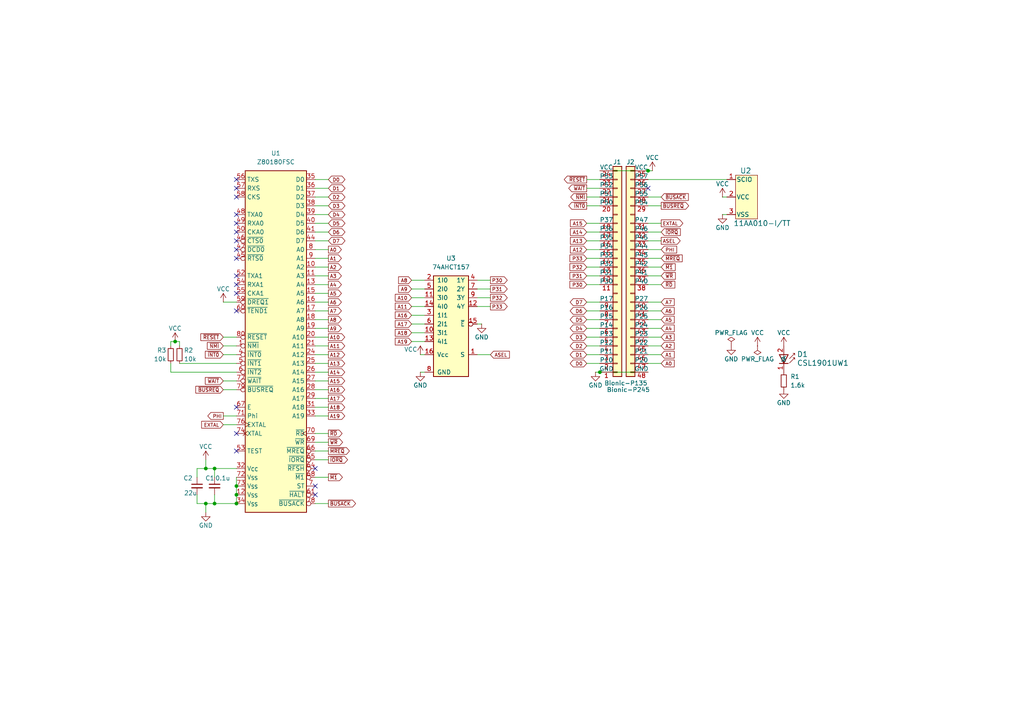
<source format=kicad_sch>
(kicad_sch (version 20250114) (generator "eeschema") (generator_version "9.0")
  (paper "A4")
  (title_block (title "BionicZ180F") (date "2025-12-02") (rev "2") (company "Tadashi G. Takaoka"))
  (lib_symbols
    (symbol "Device:C_Small" (pin_numbers (hide yes)) (pin_names (offset 0.254) (hide yes))
      (property "Reference" "C" (at 0.254 1.778 0))
      (property "Value" "C_Small" (at 0.254 -2.032 0))
      (symbol "C_Small_0_1"
        (polyline (pts (xy -1.524 0.508) (xy 1.524 0.508)) (stroke (width 0.3048)))
        (polyline (pts (xy -1.524 -0.508) (xy 1.524 -0.508)) (stroke (width 0.3302)))
      )
      (symbol "C_Small_1_1"
        (pin passive line (at 0 2.54 270) (length 2.032) (name "~") (number "1"))
        (pin passive line (at 0 -2.54 90) (length 2.032) (name "~") (number "2"))
      )
    )
    (symbol "Device:R_Small" (pin_numbers (hide yes)) (pin_names (offset 0.254) (hide yes))
      (property "Reference" "R" (at 0 0 90))
      (property "Value" "R_Small" (at 1.778 0 90))
      (symbol "R_Small_0_1"
        (rectangle (start -0.762 1.778) (end 0.762 -1.778) (stroke (width 0.2032)))
      )
      (symbol "R_Small_1_1"
        (pin passive line (at 0 2.54 270) (length 0.762) (name "~") (number "1"))
        (pin passive line (at 0 -2.54 90) (length 0.762) (name "~") (number "2"))
      )
    )
    (symbol "R_Small_1" (pin_numbers (hide yes)) (pin_names (offset 0.254) (hide yes))
      (property "Reference" "R" (at 0 0 90))
      (property "Value" "R_Small" (at 1.778 0 90))
      (symbol "R_Small_1_0_1"
        (rectangle (start -0.762 1.778) (end 0.762 -1.778) (stroke (width 0.2032)))
      )
      (symbol "R_Small_1_1_1"
        (pin passive line (at 0 2.54 270) (length 0.762) (name "~") (number "1"))
        (pin passive line (at 0 -2.54 90) (length 0.762) (name "~") (number "2"))
      )
    )
    (symbol "R_Small_2" (pin_numbers (hide yes)) (pin_names (offset 0.254) (hide yes))
      (property "Reference" "R" (at 0 0 90))
      (property "Value" "R_Small" (at 1.778 0 90))
      (symbol "R_Small_2_0_1"
        (rectangle (start -0.762 1.778) (end 0.762 -1.778) (stroke (width 0.2032)))
      )
      (symbol "R_Small_2_1_1"
        (pin passive line (at 0 2.54 270) (length 0.762) (name "~") (number "1"))
        (pin passive line (at 0 -2.54 90) (length 0.762) (name "~") (number "2"))
      )
    )
    (symbol "bionic:Bionic-P135" (pin_names (offset 0))
      (property "Reference" "J" (at 0 30.48 0))
      (property "Value" "Bionic-P135" (at -1.27 -33.02 0))
      (symbol "Bionic-P135_1_1"
        (rectangle (start 0 28.067) (end -1.27 27.813) (stroke (width 0.1524)))
        (rectangle (start 0 25.527) (end -1.27 25.273) (stroke (width 0.1524)))
        (rectangle (start 0 22.987) (end -1.27 22.733) (stroke (width 0.1524)))
        (rectangle (start 0 20.447) (end -1.27 20.193) (stroke (width 0.1524)))
        (rectangle (start 0 17.907) (end -1.27 17.653) (stroke (width 0.1524)))
        (rectangle (start 0 15.367) (end -1.27 15.113) (stroke (width 0.1524)))
        (rectangle (start 0 12.827) (end -1.27 12.573) (stroke (width 0.1524)))
        (rectangle (start 0 10.287) (end -1.27 10.033) (stroke (width 0.1524)))
        (rectangle (start 0 7.747) (end -1.27 7.493) (stroke (width 0.1524)))
        (rectangle (start 0 5.207) (end -1.27 4.953) (stroke (width 0.1524)))
        (rectangle (start 0 2.667) (end -1.27 2.413) (stroke (width 0.1524)))
        (rectangle (start 0 0.127) (end -1.27 -0.127) (stroke (width 0.1524)))
        (rectangle (start 0 -2.413) (end -1.27 -2.667) (stroke (width 0.1524)))
        (rectangle (start 0 -4.953) (end -1.27 -5.207) (stroke (width 0.1524)))
        (rectangle (start 0 -7.493) (end -1.27 -7.747) (stroke (width 0.1524)))
        (rectangle (start 0 -10.033) (end -1.27 -10.287) (stroke (width 0.1524)))
        (rectangle (start 0 -12.573) (end -1.27 -12.827) (stroke (width 0.1524)))
        (rectangle (start 0 -15.113) (end -1.27 -15.367) (stroke (width 0.1524)))
        (rectangle (start 0 -17.653) (end -1.27 -17.907) (stroke (width 0.1524)))
        (rectangle (start 0 -20.193) (end -1.27 -20.447) (stroke (width 0.1524)))
        (rectangle (start 0 -22.733) (end -1.27 -22.987) (stroke (width 0.1524)))
        (rectangle (start 0 -25.273) (end -1.27 -25.527) (stroke (width 0.1524)))
        (rectangle (start 0 -27.813) (end -1.27 -28.067) (stroke (width 0.1524)))
        (rectangle (start 0 -30.353) (end -1.27 -30.607) (stroke (width 0.1524)))
        (rectangle (start 1.27 29.21) (end -1.27 -31.75) (stroke (width 0.254)) (fill (type background)))
        (pin power_in line (at -5.08 27.94 0) (length 3.81) (name "VCC") (number "24"))
        (pin bidirectional line (at -5.08 25.4 0) (length 3.81) (name "P53") (number "23"))
        (pin bidirectional line (at -5.08 22.86 0) (length 3.81) (name "P52") (number "22"))
        (pin bidirectional line (at -5.08 20.32 0) (length 3.81) (name "P51") (number "21"))
        (pin bidirectional line (at -5.08 17.78 0) (length 3.81) (name "P50") (number "20"))
        (pin bidirectional line (at -5.08 12.7 0) (length 3.81) (name "P37") (number "18"))
        (pin bidirectional line (at -5.08 10.16 0) (length 3.81) (name "P36") (number "17"))
        (pin bidirectional line (at -5.08 7.62 0) (length 3.81) (name "P35") (number "16"))
        (pin bidirectional line (at -5.08 5.08 0) (length 3.81) (name "P34") (number "15"))
        (pin bidirectional line (at -5.08 2.54 0) (length 3.81) (name "P33") (number "14"))
        (pin bidirectional line (at -5.08 0 0) (length 3.81) (name "P32") (number "13"))
        (pin bidirectional line (at -5.08 -2.54 0) (length 3.81) (name "P31") (number "12"))
        (pin bidirectional line (at -5.08 -5.08 0) (length 3.81) (name "P30") (number "11"))
        (pin bidirectional line (at -5.08 -10.16 0) (length 3.81) (name "P17") (number "9"))
        (pin bidirectional line (at -5.08 -12.7 0) (length 3.81) (name "P16") (number "8"))
        (pin bidirectional line (at -5.08 -15.24 0) (length 3.81) (name "P15") (number "7"))
        (pin bidirectional line (at -5.08 -17.78 0) (length 3.81) (name "P14") (number "6"))
        (pin bidirectional line (at -5.08 -20.32 0) (length 3.81) (name "P13") (number "5"))
        (pin bidirectional line (at -5.08 -22.86 0) (length 3.81) (name "P12") (number "4"))
        (pin bidirectional line (at -5.08 -25.4 0) (length 3.81) (name "P11") (number "3"))
        (pin bidirectional line (at -5.08 -27.94 0) (length 3.81) (name "P10") (number "2"))
        (pin power_in line (at -5.08 -30.48 0) (length 3.81) (name "GND") (number "1"))
      )
    )
    (symbol "bionic:Bionic-P245" (pin_names (offset 0))
      (property "Reference" "J" (at -3.81 30.48 0))
      (property "Value" "Bionic-P245" (at -1.27 -33.02 0))
      (symbol "Bionic-P245_1_1"
        (rectangle (start -2.54 29.21) (end -5.08 -31.75) (stroke (width 0.254)) (fill (type background)))
        (rectangle (start -2.54 27.813) (end -3.81 28.067) (stroke (width 0.1524)))
        (rectangle (start -2.54 25.273) (end -3.81 25.527) (stroke (width 0.1524)))
        (rectangle (start -2.54 22.733) (end -3.81 22.987) (stroke (width 0.1524)))
        (rectangle (start -2.54 20.193) (end -3.81 20.447) (stroke (width 0.1524)))
        (rectangle (start -2.54 17.653) (end -3.81 17.907) (stroke (width 0.1524)))
        (rectangle (start -2.54 15.113) (end -3.81 15.367) (stroke (width 0.1524)))
        (rectangle (start -2.54 12.573) (end -3.81 12.827) (stroke (width 0.1524)))
        (rectangle (start -2.54 10.033) (end -3.81 10.287) (stroke (width 0.1524)))
        (rectangle (start -2.54 7.493) (end -3.81 7.747) (stroke (width 0.1524)))
        (rectangle (start -2.54 4.953) (end -3.81 5.207) (stroke (width 0.1524)))
        (rectangle (start -2.54 2.413) (end -3.81 2.667) (stroke (width 0.1524)))
        (rectangle (start -2.54 -0.127) (end -3.81 0.127) (stroke (width 0.1524)))
        (rectangle (start -2.54 -2.667) (end -3.81 -2.413) (stroke (width 0.1524)))
        (rectangle (start -2.54 -5.207) (end -3.81 -4.953) (stroke (width 0.1524)))
        (rectangle (start -2.54 -7.747) (end -3.81 -7.493) (stroke (width 0.1524)))
        (rectangle (start -2.54 -10.287) (end -3.81 -10.033) (stroke (width 0.1524)))
        (rectangle (start -2.54 -12.827) (end -3.81 -12.573) (stroke (width 0.1524)))
        (rectangle (start -2.54 -15.367) (end -3.81 -15.113) (stroke (width 0.1524)))
        (rectangle (start -2.54 -17.907) (end -3.81 -17.653) (stroke (width 0.1524)))
        (rectangle (start -2.54 -20.447) (end -3.81 -20.193) (stroke (width 0.1524)))
        (rectangle (start -2.54 -22.987) (end -3.81 -22.733) (stroke (width 0.1524)))
        (rectangle (start -2.54 -25.527) (end -3.81 -25.273) (stroke (width 0.1524)))
        (rectangle (start -2.54 -28.067) (end -3.81 -27.813) (stroke (width 0.1524)))
        (rectangle (start -2.54 -30.607) (end -3.81 -30.353) (stroke (width 0.1524)))
        (pin power_in line (at 1.27 27.94 180) (length 3.81) (name "VCC") (number "25"))
        (pin bidirectional line (at 1.27 25.4 180) (length 3.81) (name "P57") (number "26"))
        (pin bidirectional line (at 1.27 22.86 180) (length 3.81) (name "P56") (number "27"))
        (pin bidirectional line (at 1.27 20.32 180) (length 3.81) (name "P55") (number "28"))
        (pin bidirectional line (at 1.27 17.78 180) (length 3.81) (name "P54") (number "29"))
        (pin bidirectional line (at 1.27 12.7 180) (length 3.81) (name "P47") (number "31"))
        (pin bidirectional line (at 1.27 10.16 180) (length 3.81) (name "P46") (number "32"))
        (pin bidirectional line (at 1.27 7.62 180) (length 3.81) (name "P45") (number "33"))
        (pin bidirectional line (at 1.27 5.08 180) (length 3.81) (name "P44") (number "34"))
        (pin bidirectional line (at 1.27 2.54 180) (length 3.81) (name "P43") (number "35"))
        (pin bidirectional line (at 1.27 0 180) (length 3.81) (name "P42") (number "36"))
        (pin bidirectional line (at 1.27 -2.54 180) (length 3.81) (name "P41") (number "37"))
        (pin bidirectional line (at 1.27 -5.08 180) (length 3.81) (name "P40") (number "38"))
        (pin bidirectional line (at 1.27 -10.16 180) (length 3.81) (name "P27") (number "40"))
        (pin bidirectional line (at 1.27 -12.7 180) (length 3.81) (name "P26") (number "41"))
        (pin bidirectional line (at 1.27 -15.24 180) (length 3.81) (name "P25") (number "42"))
        (pin bidirectional line (at 1.27 -17.78 180) (length 3.81) (name "P24") (number "43"))
        (pin bidirectional line (at 1.27 -20.32 180) (length 3.81) (name "P23") (number "44"))
        (pin bidirectional line (at 1.27 -22.86 180) (length 3.81) (name "P22") (number "45"))
        (pin bidirectional line (at 1.27 -25.4 180) (length 3.81) (name "P21") (number "46"))
        (pin bidirectional line (at 1.27 -27.94 180) (length 3.81) (name "P20") (number "47"))
        (pin power_in line (at 1.27 -30.48 180) (length 3.81) (name "GND") (number "48"))
      )
    )
    (symbol "cpu:Z80180FSC"
      (property "Reference" "U" (at -0.762 50.038 0))
      (property "Value" "Z80180FSC" (at 0.254 -50.546 0))
      (symbol "Z80180FSC_0_1"
        (rectangle (start -8.89 49.53) (end 8.89 -49.53) (stroke (width 0.254)) (fill (type background)))
      )
      (symbol "Z80180FSC_1_0"
        (pin output line (at -11.43 46.99 0) (length 2.54) (name "TXS") (number "56"))
        (pin input line (at -11.43 44.45 0) (length 2.54) (name "RXS") (number "57"))
        (pin bidirectional line (at -11.43 41.91 0) (length 2.54) (name "CKS") (number "58"))
        (pin input line (at -11.43 16.51 0) (length 2.54) (name "RXA1") (number "54"))
        (pin bidirectional line (at -11.43 13.97 0) (length 2.54) (name "CKA1") (number "55"))
        (pin input inverted (at -11.43 11.43 0) (length 2.54) (name "~{DREQ1}") (number "59"))
        (pin output inverted (at -11.43 8.89 0) (length 2.54) (name "~{TEND1}") (number "60"))
        (pin input inverted (at -11.43 -6.35 0) (length 2.54) (name "~{INT1}") (number "5"))
        (pin input inverted (at -11.43 -13.97 0) (length 2.54) (name "~{BUSREQ}") (number "79"))
        (pin output line (at -11.43 -19.05 0) (length 2.54) (name "E") (number "67"))
        (pin output line (at -11.43 -21.59 0) (length 2.54) (name "Phi") (number "71"))
        (pin power_in line (at -11.43 -36.83 0) (length 2.54) (name "V_{CC}") (number "32"))
        (pin power_in line (at -11.43 -39.37 0) (length 2.54) (name "V_{SS}") (number "72"))
        (pin power_in line (at -11.43 -41.91 0) (length 2.54) (name "V_{SS}") (number "73"))
        (pin power_in line (at -11.43 -44.45 0) (length 2.54) (name "V_{SS}") (number "12"))
        (pin power_in line (at -11.43 -46.99 0) (length 2.54) (name "V_{SS}") (number "34"))
        (pin no_connect line (at -8.89 21.59 180) (length 2.54) (hide yes) (name "NC") (number "2"))
        (pin no_connect line (at -8.89 16.51 180) (length 2.54) (hide yes) (name "NC") (number "3"))
        (pin no_connect line (at -8.89 13.97 180) (length 2.54) (hide yes) (name "NC") (number "14"))
        (pin no_connect line (at -8.89 11.43 180) (length 2.54) (hide yes) (name "NC") (number "15"))
        (pin no_connect line (at -8.89 8.89 180) (length 2.54) (hide yes) (name "NC") (number "22"))
        (pin no_connect line (at -8.89 6.35 180) (length 2.54) (hide yes) (name "NC") (number "23"))
        (pin no_connect line (at -8.89 3.81 180) (length 2.54) (hide yes) (name "NC") (number "30"))
        (pin no_connect line (at -8.89 1.27 180) (length 2.54) (hide yes) (name "NC") (number "42"))
        (pin no_connect line (at -8.89 -1.27 180) (length 2.54) (hide yes) (name "NC") (number "43"))
        (pin no_connect line (at -8.89 -3.81 180) (length 2.54) (hide yes) (name "NC") (number "51"))
        (pin no_connect line (at -8.89 -6.35 180) (length 2.54) (hide yes) (name "NC") (number "62"))
        (pin no_connect line (at -8.89 -8.89 180) (length 2.54) (hide yes) (name "NC") (number "63"))
        (pin no_connect line (at -8.89 -11.43 180) (length 2.54) (hide yes) (name "NC") (number "75"))
        (pin output line (at 11.43 26.67 180) (length 2.54) (name "A0") (number "8"))
        (pin output line (at 11.43 24.13 180) (length 2.54) (name "A1") (number "9"))
        (pin output line (at 11.43 21.59 180) (length 2.54) (name "A2") (number "10"))
        (pin output line (at 11.43 19.05 180) (length 2.54) (name "A3") (number "11"))
        (pin output line (at 11.43 16.51 180) (length 2.54) (name "A4") (number "13"))
        (pin output line (at 11.43 13.97 180) (length 2.54) (name "A5") (number "15"))
        (pin output line (at 11.43 11.43 180) (length 2.54) (name "A6") (number "16"))
        (pin output line (at 11.43 8.89 180) (length 2.54) (name "A7") (number "17"))
        (pin output inverted (at 11.43 -31.75 180) (length 2.54) (name "~{MREQ}") (number "66"))
        (pin output inverted (at 11.43 -34.29 180) (length 2.54) (name "~{IORQ}") (number "65"))
        (pin output inverted (at 11.43 -36.83 180) (length 2.54) (name "~{RFSH}") (number "64"))
        (pin output inverted (at 11.43 -44.45 180) (length 2.54) (name "~{HALT}") (number "61"))
        (pin output inverted (at 11.43 -46.99 180) (length 2.54) (name "~{BUSACK}") (number "78"))
      )
      (symbol "Z80180FSC_1_1"
        (pin output line (at -11.43 36.83 0) (length 2.54) (name "TXA0") (number "48"))
        (pin input line (at -11.43 34.29 0) (length 2.54) (name "RXA0") (number "49"))
        (pin bidirectional line (at -11.43 31.75 0) (length 2.54) (name "CKA0") (number "50"))
        (pin input inverted (at -11.43 29.21 0) (length 2.54) (name "~{CTS0}") (number "46"))
        (pin input inverted (at -11.43 26.67 0) (length 2.54) (name "~{DCD0}") (number "47"))
        (pin output inverted (at -11.43 24.13 0) (length 2.54) (name "~{RTS0}") (number "45"))
        (pin output line (at -11.43 19.05 0) (length 2.54) (name "TXA1") (number "52"))
        (pin input inverted (at -11.43 1.27 0) (length 2.54) (name "~{RESET}") (number "80"))
        (pin input inverted (at -11.43 -1.27 0) (length 2.54) (name "~{NMI}") (number "1"))
        (pin input inverted (at -11.43 -3.81 0) (length 2.54) (name "~{INT0}") (number "4"))
        (pin input inverted (at -11.43 -8.89 0) (length 2.54) (name "~{INT2}") (number "6"))
        (pin input inverted (at -11.43 -11.43 0) (length 2.54) (name "~{WAIT}") (number "77"))
        (pin input clock (at -11.43 -24.13 0) (length 2.54) (name "EXTAL") (number "76"))
        (pin input non_logic (at -11.43 -26.67 0) (length 2.54) (name "XTAL") (number "74"))
        (pin output line (at -11.43 -31.75 0) (length 2.54) (name "TEST") (number "53"))
        (pin bidirectional line (at 11.43 46.99 180) (length 2.54) (name "D0") (number "35"))
        (pin bidirectional line (at 11.43 44.45 180) (length 2.54) (name "D1") (number "36"))
        (pin bidirectional line (at 11.43 41.91 180) (length 2.54) (name "D2") (number "37"))
        (pin bidirectional line (at 11.43 39.37 180) (length 2.54) (name "D3") (number "38"))
        (pin bidirectional line (at 11.43 36.83 180) (length 2.54) (name "D4") (number "39"))
        (pin bidirectional line (at 11.43 34.29 180) (length 2.54) (name "D5") (number "40"))
        (pin bidirectional line (at 11.43 31.75 180) (length 2.54) (name "D6") (number "41"))
        (pin bidirectional line (at 11.43 29.21 180) (length 2.54) (name "D7") (number "44"))
        (pin output line (at 11.43 6.35 180) (length 2.54) (name "A8") (number "18"))
        (pin output line (at 11.43 3.81 180) (length 2.54) (name "A9") (number "19"))
        (pin output line (at 11.43 1.27 180) (length 2.54) (name "A10") (number "20"))
        (pin output line (at 11.43 -1.27 180) (length 2.54) (name "A11") (number "21"))
        (pin output line (at 11.43 -3.81 180) (length 2.54) (name "A12") (number "24"))
        (pin output line (at 11.43 -6.35 180) (length 2.54) (name "A13") (number "25"))
        (pin output line (at 11.43 -8.89 180) (length 2.54) (name "A14") (number "26"))
        (pin output line (at 11.43 -11.43 180) (length 2.54) (name "A15") (number "27"))
        (pin output line (at 11.43 -13.97 180) (length 2.54) (name "A16") (number "28"))
        (pin output line (at 11.43 -16.51 180) (length 2.54) (name "A17") (number "29"))
        (pin output line (at 11.43 -19.05 180) (length 2.54) (name "A18") (number "31"))
        (pin output line (at 11.43 -21.59 180) (length 2.54) (name "A19") (number "33"))
        (pin output clock (at 11.43 -26.67 180) (length 2.54) (name "~{RD}") (number "70"))
        (pin output line (at 11.43 -29.21 180) (length 2.54) (name "~{WR}") (number "69"))
        (pin output inverted (at 11.43 -39.37 180) (length 2.54) (name "~{M1}") (number "68"))
        (pin output line (at 11.43 -41.91 180) (length 2.54) (name "ST") (number "7"))
      )
    )
    (symbol "microchip:11AA010-I_TT" (pin_names (offset 0.254))
      (property "Reference" "U" (at 2.54 1.27 0))
      (property "Value" "11AA010-I/TT" (at 3.81 -13.97 0))
      (symbol "11AA010-I_TT_1_1"
        (rectangle (start 0 0) (end 6.35 -12.7) (fill (type background)))
        (pin bidirectional line (at -2.54 -1.27 0) (length 2.54) (name "SCIO") (number "1"))
        (pin power_in line (at -2.54 -6.35 0) (length 2.54) (name "VCC") (number "2"))
        (pin power_in line (at -2.54 -11.43 0) (length 2.54) (name "VSS") (number "3"))
      )
    )
    (symbol "power:GND" (power) (pin_numbers (hide yes)) (pin_names (offset 0) (hide yes))
      (property "Value" "GND" (at 0 -3.81 0))
      (symbol "GND_0_1"
        (polyline (pts (xy 0 0) (xy 0 -1.27) (xy 1.27 -1.27) (xy 0 -2.54) (xy -1.27 -1.27) (xy 0 -1.27)))
      )
      (symbol "GND_1_1"
        (pin power_in line (at 0 0 270) (length 0) (name "~") (number "1"))
      )
    )
    (symbol "power:PWR_FLAG" (power) (pin_numbers (hide yes)) (pin_names (offset 0) (hide yes))
      (property "Value" "PWR_FLAG" (at 0 3.81 0))
      (symbol "PWR_FLAG_0_0"
        (pin power_out line (at 0 0 90) (length 0) (name "~") (number "1"))
      )
      (symbol "PWR_FLAG_0_1"
        (polyline (pts (xy 0 0) (xy 0 1.27) (xy -1.016 1.905) (xy 0 2.54) (xy 1.016 1.905) (xy 0 1.27)))
      )
    )
    (symbol "power:VCC" (power) (pin_numbers (hide yes)) (pin_names (offset 0) (hide yes))
      (property "Value" "VCC" (at 0 3.556 0))
      (symbol "VCC_0_1"
        (polyline (pts (xy -0.762 1.27) (xy 0 2.54)))
        (polyline (pts (xy 0 2.54) (xy 0.762 1.27)))
        (polyline (pts (xy 0 0) (xy 0 2.54)))
      )
      (symbol "VCC_1_1"
        (pin power_in line (at 0 0 90) (length 0) (name "~") (number "1"))
      )
    )
    (symbol "rhom:CSL1901UW1" (pin_names (offset 0.254))
      (property "Reference" "D" (at 3.81 -2.54 0))
      (property "Value" "CSL1901UW1" (at 3.81 -5.08 0))
      (symbol "CSL1901UW1_0_1"
        (polyline (pts (xy 2.159 3.175) (xy 2.667 3.175)))
        (polyline (pts (xy 2.54 0) (xy 5.08 0)))
        (polyline (pts (xy 2.54 -1.27) (xy 5.08 0) (xy 2.54 1.27) (xy 2.54 -1.27)) (stroke (width 0.254)))
        (polyline (pts (xy 3.683 1.651) (xy 2.159 3.175) (xy 2.159 2.667)))
        (polyline (pts (xy 4.953 1.651) (xy 3.429 3.175) (xy 3.429 2.667) (xy 3.429 3.175) (xy 3.937 3.175)))
        (polyline (pts (xy 5.08 1.27) (xy 5.08 -1.27)) (stroke (width 0.254)))
      )
      (symbol "CSL1901UW1_1_1"
        (pin passive line (at 0 0 0) (length 2.54) (name "A") (number "2"))
        (pin passive line (at 7.62 0 180) (length 2.54) (name "K") (number "1"))
      )
      (symbol "CSL1901UW1_1_2"
        (polyline (pts (xy -5.08 8.255) (xy -5.08 7.62)) (stroke (width 0.2032)))
        (polyline (pts (xy -5.08 7.62) (xy -4.445 8.255)) (stroke (width 0.2032)))
        (polyline (pts (xy -4.445 10.16) (xy -4.445 9.525)) (stroke (width 0.2032)))
        (polyline (pts (xy -4.445 9.525) (xy -3.81 10.16)) (stroke (width 0.2032)))
        (polyline (pts (xy -4.445 8.255) (xy -5.08 8.255)) (stroke (width 0.2032)))
        (polyline (pts (xy -4.445 6.35) (xy -3.81 6.985)) (stroke (width 0.2032)))
        (polyline (pts (xy -3.81 10.16) (xy -4.445 10.16)) (stroke (width 0.2032)))
        (polyline (pts (xy -3.81 8.255) (xy -3.175 8.89)) (stroke (width 0.2032)))
        (polyline (pts (xy -3.81 6.985) (xy -5.08 8.255)) (stroke (width 0.2032)))
        (polyline (pts (xy -3.175 8.89) (xy -4.445 10.16)) (stroke (width 0.2032)))
        (polyline (pts (xy -3.175 5.08) (xy -4.445 6.35)) (stroke (width 0.2032)))
        (polyline (pts (xy -2.54 6.985) (xy -3.81 8.255)) (stroke (width 0.2032)))
        (polyline (pts (xy -1.905 3.81) (xy 1.905 3.81)) (stroke (width 0.2032)))
        (polyline (pts (xy 0 6.35) (xy -1.905 3.81)) (stroke (width 0.2032)))
        (polyline (pts (xy 0 6.35) (xy 0 7.62)) (stroke (width 0.2032)))
        (polyline (pts (xy 0 3.175) (xy 0 3.81)) (stroke (width 0.2032)))
        (polyline (pts (xy 0 2.54) (xy 0 3.4798)) (stroke (width 0.2032)))
        (polyline (pts (xy 1.905 6.35) (xy -1.905 6.35)) (stroke (width 0.2032)))
        (polyline (pts (xy 1.905 3.81) (xy 0 6.35)) (stroke (width 0.2032)))
        (pin unspecified line (at 0 10.16 270) (length 2.54) (name "") (number "1"))
        (pin unspecified line (at 0 0 90) (length 2.54) (name "") (number "2"))
      )
    )
    (symbol "ti:74AHCT157" (pin_names (offset 1.016))
      (property "Reference" "U" (at 0 16.51 0))
      (property "Value" "74AHCT157" (at 0 -15.494 0))
      (symbol "74AHCT157_1_0"
        (pin input line (at -7.62 13.97 0) (length 2.54) (name "1I0") (number "2"))
        (pin input line (at -7.62 11.43 0) (length 2.54) (name "2I0") (number "5"))
        (pin input line (at -7.62 8.89 0) (length 2.54) (name "3I0") (number "11"))
        (pin input line (at -7.62 6.35 0) (length 2.54) (name "4I0") (number "14"))
        (pin input line (at -7.62 3.81 0) (length 2.54) (name "1I1") (number "3"))
        (pin input line (at -7.62 1.27 0) (length 2.54) (name "2I1") (number "6"))
        (pin input line (at -7.62 -1.27 0) (length 2.54) (name "3I1") (number "10"))
        (pin input line (at -7.62 -3.81 0) (length 2.54) (name "4I1") (number "13"))
        (pin power_in line (at -7.62 -7.62 0) (length 2.54) (name "Vcc") (number "16"))
        (pin power_in line (at -7.62 -12.7 0) (length 2.54) (name "GND") (number "8"))
        (pin output line (at 7.62 13.97 180) (length 2.54) (name "1Y") (number "4"))
        (pin output line (at 7.62 11.43 180) (length 2.54) (name "2Y") (number "7"))
        (pin output line (at 7.62 8.89 180) (length 2.54) (name "3Y") (number "9"))
        (pin output line (at 7.62 6.35 180) (length 2.54) (name "4Y") (number "12"))
        (pin input inverted (at 7.62 1.27 180) (length 2.54) (name "~{E}") (number "15"))
        (pin input line (at 7.62 -7.62 180) (length 2.54) (name "S") (number "1"))
      )
      (symbol "74AHCT157_1_1"
        (rectangle (start -5.08 15.24) (end 5.08 -13.97) (stroke (width 0.254)) (fill (type background)))
      )
    )
  )
  (junction (at 173.99 107.95))
  (junction (at 62.23 135.89))
  (junction (at 68.58 143.51))
  (junction (at 68.58 140.97))
  (junction (at 187.96 49.53))
  (junction (at 59.69 146.05))
  (junction (at 50.8 99.06))
  (junction (at 59.69 135.89))
  (junction (at 62.23 146.05))
  (junction (at 68.58 146.05))
  (no_connect (at 68.58 67.31))
  (no_connect (at 68.58 52.07))
  (no_connect (at 68.58 85.09))
  (no_connect (at 91.44 140.97))
  (no_connect (at 68.58 62.23))
  (no_connect (at 68.58 82.55))
  (no_connect (at 68.58 57.15))
  (no_connect (at 91.44 135.89))
  (no_connect (at 68.58 54.61))
  (no_connect (at 68.58 69.85))
  (no_connect (at 68.58 74.93))
  (no_connect (at 91.44 143.51))
  (no_connect (at 68.58 64.77))
  (no_connect (at 187.96 54.61))
  (no_connect (at 68.58 130.81))
  (no_connect (at 68.58 118.11))
  (no_connect (at 68.58 80.01))
  (no_connect (at 68.58 72.39))
  (no_connect (at 68.58 125.73))
  (no_connect (at 68.58 90.17))
  (wire (pts (xy 49.53 100.33) (xy 49.53 99.06)))
  (wire (pts (xy 91.44 92.71) (xy 95.25 92.71)))
  (wire (pts (xy 64.77 110.49) (xy 68.58 110.49)))
  (wire (pts (xy 64.77 102.87) (xy 68.58 102.87)))
  (wire (pts (xy 170.18 69.85) (xy 173.99 69.85)))
  (wire (pts (xy 119.38 83.82) (xy 123.19 83.82)))
  (wire (pts (xy 119.38 91.44) (xy 123.19 91.44)))
  (wire (pts (xy 91.44 62.23) (xy 95.25 62.23)))
  (wire (pts (xy 170.18 97.79) (xy 173.99 97.79)))
  (wire (pts (xy 189.23 49.53) (xy 187.96 49.53)))
  (wire (pts (xy 119.38 81.28) (xy 123.19 81.28)))
  (wire (pts (xy 62.23 138.43) (xy 62.23 135.89)))
  (wire (pts (xy 187.96 105.41) (xy 191.77 105.41)))
  (wire (pts (xy 91.44 67.31) (xy 95.25 67.31)))
  (wire (pts (xy 187.96 74.93) (xy 191.77 74.93)))
  (wire (pts (xy 91.44 100.33) (xy 95.25 100.33)))
  (wire (pts (xy 173.99 49.53) (xy 187.96 49.53)))
  (wire (pts (xy 138.43 88.9) (xy 142.24 88.9)))
  (wire (pts (xy 91.44 128.27) (xy 95.25 128.27)))
  (wire (pts (xy 64.77 100.33) (xy 68.58 100.33)))
  (wire (pts (xy 91.44 85.09) (xy 95.25 85.09)))
  (wire (pts (xy 172.72 107.95) (xy 173.99 107.95)))
  (wire (pts (xy 210.82 57.15) (xy 209.55 57.15)))
  (wire (pts (xy 187.96 95.25) (xy 191.77 95.25)))
  (wire (pts (xy 170.18 82.55) (xy 173.99 82.55)))
  (wire (pts (xy 187.96 52.07) (xy 210.82 52.07)))
  (wire (pts (xy 64.77 87.63) (xy 68.58 87.63)))
  (wire (pts (xy 59.69 135.89) (xy 59.69 133.35)))
  (wire (pts (xy 59.69 146.05) (xy 62.23 146.05)))
  (wire (pts (xy 49.53 107.95) (xy 68.58 107.95)))
  (wire (pts (xy 91.44 64.77) (xy 95.25 64.77)))
  (wire (pts (xy 138.43 86.36) (xy 142.24 86.36)))
  (wire (pts (xy 210.82 62.23) (xy 209.55 62.23)))
  (wire (pts (xy 62.23 146.05) (xy 68.58 146.05)))
  (wire (pts (xy 138.43 102.87) (xy 142.24 102.87)))
  (wire (pts (xy 91.44 125.73) (xy 95.25 125.73)))
  (wire (pts (xy 91.44 118.11) (xy 95.25 118.11)))
  (wire (pts (xy 187.96 72.39) (xy 191.77 72.39)))
  (wire (pts (xy 170.18 105.41) (xy 173.99 105.41)))
  (wire (pts (xy 187.96 100.33) (xy 191.77 100.33)))
  (wire (pts (xy 91.44 77.47) (xy 95.25 77.47)))
  (wire (pts (xy 91.44 82.55) (xy 95.25 82.55)))
  (wire (pts (xy 57.15 135.89) (xy 59.69 135.89)))
  (wire (pts (xy 64.77 113.03) (xy 68.58 113.03)))
  (wire (pts (xy 57.15 146.05) (xy 59.69 146.05)))
  (wire (pts (xy 173.99 107.95) (xy 187.96 107.95)))
  (wire (pts (xy 91.44 57.15) (xy 95.25 57.15)))
  (wire (pts (xy 52.07 99.06) (xy 52.07 100.33)))
  (wire (pts (xy 187.96 102.87) (xy 191.77 102.87)))
  (wire (pts (xy 57.15 146.05) (xy 57.15 143.51)))
  (wire (pts (xy 119.38 99.06) (xy 123.19 99.06)))
  (wire (pts (xy 170.18 67.31) (xy 173.99 67.31)))
  (wire (pts (xy 91.44 69.85) (xy 95.25 69.85)))
  (wire (pts (xy 187.96 92.71) (xy 191.77 92.71)))
  (wire (pts (xy 119.38 88.9) (xy 123.19 88.9)))
  (wire (pts (xy 187.96 69.85) (xy 191.77 69.85)))
  (wire (pts (xy 170.18 54.61) (xy 173.99 54.61)))
  (wire (pts (xy 119.38 86.36) (xy 123.19 86.36)))
  (wire (pts (xy 138.43 93.98) (xy 139.7 93.98)))
  (wire (pts (xy 170.18 59.69) (xy 173.99 59.69)))
  (wire (pts (xy 187.96 97.79) (xy 191.77 97.79)))
  (wire (pts (xy 170.18 92.71) (xy 173.99 92.71)))
  (wire (pts (xy 59.69 148.59) (xy 59.69 146.05)))
  (wire (pts (xy 91.44 133.35) (xy 95.25 133.35)))
  (wire (pts (xy 187.96 87.63) (xy 191.77 87.63)))
  (wire (pts (xy 170.18 87.63) (xy 173.99 87.63)))
  (wire (pts (xy 187.96 80.01) (xy 191.77 80.01)))
  (wire (pts (xy 91.44 54.61) (xy 95.25 54.61)))
  (wire (pts (xy 50.8 99.06) (xy 52.07 99.06)))
  (wire (pts (xy 91.44 59.69) (xy 95.25 59.69)))
  (wire (pts (xy 138.43 81.28) (xy 142.24 81.28)))
  (wire (pts (xy 91.44 120.65) (xy 95.25 120.65)))
  (wire (pts (xy 170.18 72.39) (xy 173.99 72.39)))
  (wire (pts (xy 91.44 130.81) (xy 95.25 130.81)))
  (wire (pts (xy 170.18 77.47) (xy 173.99 77.47)))
  (wire (pts (xy 49.53 99.06) (xy 50.8 99.06)))
  (wire (pts (xy 91.44 90.17) (xy 95.25 90.17)))
  (wire (pts (xy 187.96 57.15) (xy 191.77 57.15)))
  (wire (pts (xy 121.92 107.95) (xy 123.19 107.95)))
  (wire (pts (xy 91.44 138.43) (xy 95.25 138.43)))
  (wire (pts (xy 64.77 123.19) (xy 68.58 123.19)))
  (wire (pts (xy 170.18 64.77) (xy 173.99 64.77)))
  (wire (pts (xy 170.18 52.07) (xy 173.99 52.07)))
  (wire (pts (xy 91.44 72.39) (xy 95.25 72.39)))
  (wire (pts (xy 91.44 113.03) (xy 95.25 113.03)))
  (wire (pts (xy 187.96 67.31) (xy 191.77 67.31)))
  (wire (pts (xy 121.92 102.87) (xy 123.19 102.87)))
  (wire (pts (xy 119.38 96.52) (xy 123.19 96.52)))
  (wire (pts (xy 64.77 97.79) (xy 68.58 97.79)))
  (wire (pts (xy 59.69 135.89) (xy 62.23 135.89)))
  (wire (pts (xy 91.44 74.93) (xy 95.25 74.93)))
  (wire (pts (xy 68.58 138.43) (xy 68.58 140.97)))
  (wire (pts (xy 57.15 135.89) (xy 57.15 138.43)))
  (wire (pts (xy 91.44 115.57) (xy 95.25 115.57)))
  (wire (pts (xy 62.23 146.05) (xy 62.23 143.51)))
  (wire (pts (xy 52.07 105.41) (xy 68.58 105.41)))
  (wire (pts (xy 91.44 80.01) (xy 95.25 80.01)))
  (wire (pts (xy 170.18 100.33) (xy 173.99 100.33)))
  (wire (pts (xy 187.96 64.77) (xy 191.77 64.77)))
  (wire (pts (xy 187.96 90.17) (xy 191.77 90.17)))
  (wire (pts (xy 49.53 105.41) (xy 49.53 107.95)))
  (wire (pts (xy 170.18 74.93) (xy 173.99 74.93)))
  (wire (pts (xy 62.23 135.89) (xy 68.58 135.89)))
  (wire (pts (xy 91.44 52.07) (xy 95.25 52.07)))
  (wire (pts (xy 187.96 77.47) (xy 191.77 77.47)))
  (wire (pts (xy 170.18 57.15) (xy 173.99 57.15)))
  (wire (pts (xy 170.18 95.25) (xy 173.99 95.25)))
  (wire (pts (xy 91.44 107.95) (xy 95.25 107.95)))
  (wire (pts (xy 187.96 59.69) (xy 191.77 59.69)))
  (wire (pts (xy 64.77 120.65) (xy 68.58 120.65)))
  (wire (pts (xy 187.96 82.55) (xy 191.77 82.55)))
  (wire (pts (xy 68.58 143.51) (xy 68.58 146.05)))
  (wire (pts (xy 170.18 90.17) (xy 173.99 90.17)))
  (wire (pts (xy 119.38 93.98) (xy 123.19 93.98)))
  (wire (pts (xy 91.44 146.05) (xy 95.25 146.05)))
  (wire (pts (xy 91.44 110.49) (xy 95.25 110.49)))
  (wire (pts (xy 91.44 95.25) (xy 95.25 95.25)))
  (wire (pts (xy 91.44 102.87) (xy 95.25 102.87)))
  (wire (pts (xy 91.44 105.41) (xy 95.25 105.41)))
  (wire (pts (xy 170.18 102.87) (xy 173.99 102.87)))
  (wire (pts (xy 170.18 80.01) (xy 173.99 80.01)))
  (wire (pts (xy 138.43 83.82) (xy 142.24 83.82)))
  (wire (pts (xy 91.44 97.79) (xy 95.25 97.79)))
  (wire (pts (xy 91.44 87.63) (xy 95.25 87.63)))
  (wire (pts (xy 68.58 140.97) (xy 68.58 143.51)))
  (global_label "A13" (shape input) (at 170.18 69.85 180) (effects (font (size 1.016 1.016))) (property "Intersheetrefs" "${INTERSHEET_REFS}" (effects (hide yes))))
  (global_label "~{RESET}" (shape input) (at 64.77 97.79 180) (effects (font (size 1.016 1.016))) (property "Intersheetrefs" "${INTERSHEET_REFS}" (effects (hide yes))))
  (global_label "D6" (shape bidirectional) (at 170.18 90.17 180) (effects (font (size 1.016 1.016))) (property "Intersheetrefs" "${INTERSHEET_REFS}" (effects (hide yes))))
  (global_label "~{MREQ}" (shape output) (at 95.25 130.81 0) (effects (font (size 1.016 1.016))) (property "Intersheetrefs" "${INTERSHEET_REFS}" (effects (hide yes))))
  (global_label "~{RD}" (shape output) (at 95.25 125.73 0) (effects (font (size 1.016 1.016))) (property "Intersheetrefs" "${INTERSHEET_REFS}" (effects (hide yes))))
  (global_label "A18" (shape output) (at 95.25 118.11 0) (effects (font (size 1.016 1.016))) (property "Intersheetrefs" "${INTERSHEET_REFS}" (effects (hide yes))))
  (global_label "A0" (shape input) (at 191.77 105.41 0) (effects (font (size 1.016 1.016))) (property "Intersheetrefs" "${INTERSHEET_REFS}" (effects (hide yes))))
  (global_label "D2" (shape bidirectional) (at 95.25 57.15 0) (effects (font (size 1.016 1.016))) (property "Intersheetrefs" "${INTERSHEET_REFS}" (effects (hide yes))))
  (global_label "A3" (shape input) (at 191.77 97.79 0) (effects (font (size 1.016 1.016))) (property "Intersheetrefs" "${INTERSHEET_REFS}" (effects (hide yes))))
  (global_label "~{WAIT}" (shape output) (at 170.18 54.61 180) (effects (font (size 1.016 1.016))) (property "Intersheetrefs" "${INTERSHEET_REFS}" (effects (hide yes))))
  (global_label "A6" (shape input) (at 191.77 90.17 0) (effects (font (size 1.016 1.016))) (property "Intersheetrefs" "${INTERSHEET_REFS}" (effects (hide yes))))
  (global_label "A5" (shape input) (at 191.77 92.71 0) (effects (font (size 1.016 1.016))) (property "Intersheetrefs" "${INTERSHEET_REFS}" (effects (hide yes))))
  (global_label "D2" (shape bidirectional) (at 170.18 100.33 180) (effects (font (size 1.016 1.016))) (property "Intersheetrefs" "${INTERSHEET_REFS}" (effects (hide yes))))
  (global_label "D1" (shape bidirectional) (at 170.18 102.87 180) (effects (font (size 1.016 1.016))) (property "Intersheetrefs" "${INTERSHEET_REFS}" (effects (hide yes))))
  (global_label "~{INT0}" (shape input) (at 64.77 102.87 180) (effects (font (size 1.016 1.016))) (property "Intersheetrefs" "${INTERSHEET_REFS}" (effects (hide yes))))
  (global_label "D6" (shape bidirectional) (at 95.25 67.31 0) (effects (font (size 1.016 1.016))) (property "Intersheetrefs" "${INTERSHEET_REFS}" (effects (hide yes))))
  (global_label "~{IORQ}" (shape input) (at 191.77 67.31 0) (effects (font (size 1.016 1.016))) (property "Intersheetrefs" "${INTERSHEET_REFS}" (effects (hide yes))))
  (global_label "~{WR}" (shape output) (at 95.25 128.27 0) (effects (font (size 1.016 1.016))) (property "Intersheetrefs" "${INTERSHEET_REFS}" (effects (hide yes))))
  (global_label "A12" (shape input) (at 170.18 72.39 180) (effects (font (size 1.016 1.016))) (property "Intersheetrefs" "${INTERSHEET_REFS}" (effects (hide yes))))
  (global_label "~{M1}" (shape input) (at 191.77 77.47 0) (effects (font (size 1.016 1.016))) (property "Intersheetrefs" "${INTERSHEET_REFS}" (effects (hide yes))))
  (global_label "D4" (shape bidirectional) (at 95.25 62.23 0) (effects (font (size 1.016 1.016))) (property "Intersheetrefs" "${INTERSHEET_REFS}" (effects (hide yes))))
  (global_label "A2" (shape input) (at 191.77 100.33 0) (effects (font (size 1.016 1.016))) (property "Intersheetrefs" "${INTERSHEET_REFS}" (effects (hide yes))))
  (global_label "A12" (shape output) (at 95.25 102.87 0) (effects (font (size 1.016 1.016))) (property "Intersheetrefs" "${INTERSHEET_REFS}" (effects (hide yes))))
  (global_label "ASEL" (shape input) (at 142.24 102.87 0) (effects (font (size 1.016 1.016))) (property "Intersheetrefs" "${INTERSHEET_REFS}" (effects (hide yes))))
  (global_label "~{M1}" (shape output) (at 95.25 138.43 0) (effects (font (size 1.016 1.016))) (property "Intersheetrefs" "${INTERSHEET_REFS}" (effects (hide yes))))
  (global_label "D4" (shape bidirectional) (at 170.18 95.25 180) (effects (font (size 1.016 1.016))) (property "Intersheetrefs" "${INTERSHEET_REFS}" (effects (hide yes))))
  (global_label "P32" (shape input) (at 170.18 77.47 180) (effects (font (size 1.016 1.016))) (property "Intersheetrefs" "${INTERSHEET_REFS}" (effects (hide yes))))
  (global_label "D3" (shape bidirectional) (at 170.18 97.79 180) (effects (font (size 1.016 1.016))) (property "Intersheetrefs" "${INTERSHEET_REFS}" (effects (hide yes))))
  (global_label "A15" (shape output) (at 95.25 110.49 0) (effects (font (size 1.016 1.016))) (property "Intersheetrefs" "${INTERSHEET_REFS}" (effects (hide yes))))
  (global_label "A6" (shape output) (at 95.25 87.63 0) (effects (font (size 1.016 1.016))) (property "Intersheetrefs" "${INTERSHEET_REFS}" (effects (hide yes))))
  (global_label "A11" (shape output) (at 95.25 100.33 0) (effects (font (size 1.016 1.016))) (property "Intersheetrefs" "${INTERSHEET_REFS}" (effects (hide yes))))
  (global_label "A14" (shape input) (at 170.18 67.31 180) (effects (font (size 1.016 1.016))) (property "Intersheetrefs" "${INTERSHEET_REFS}" (effects (hide yes))))
  (global_label "~{WAIT}" (shape input) (at 64.77 110.49 180) (effects (font (size 1.016 1.016))) (property "Intersheetrefs" "${INTERSHEET_REFS}" (effects (hide yes))))
  (global_label "A8" (shape input) (at 119.38 81.28 180) (effects (font (size 1.016 1.016))) (property "Intersheetrefs" "${INTERSHEET_REFS}" (effects (hide yes))))
  (global_label "A16" (shape output) (at 95.25 113.03 0) (effects (font (size 1.016 1.016))) (property "Intersheetrefs" "${INTERSHEET_REFS}" (effects (hide yes))))
  (global_label "PHI" (shape output) (at 64.77 120.65 180) (effects (font (size 1.016 1.016))) (property "Intersheetrefs" "${INTERSHEET_REFS}" (effects (hide yes))))
  (global_label "~{BUSREQ}" (shape output) (at 191.77 59.69 0) (effects (font (size 1.016 1.016))) (property "Intersheetrefs" "${INTERSHEET_REFS}" (effects (hide yes))))
  (global_label "P31" (shape input) (at 170.18 80.01 180) (effects (font (size 1.016 1.016))) (property "Intersheetrefs" "${INTERSHEET_REFS}" (effects (hide yes))))
  (global_label "D1" (shape bidirectional) (at 95.25 54.61 0) (effects (font (size 1.016 1.016))) (property "Intersheetrefs" "${INTERSHEET_REFS}" (effects (hide yes))))
  (global_label "A1" (shape output) (at 95.25 74.93 0) (effects (font (size 1.016 1.016))) (property "Intersheetrefs" "${INTERSHEET_REFS}" (effects (hide yes))))
  (global_label "P31" (shape output) (at 142.24 83.82 0) (effects (font (size 1.016 1.016))) (property "Intersheetrefs" "${INTERSHEET_REFS}" (effects (hide yes))))
  (global_label "A3" (shape output) (at 95.25 80.01 0) (effects (font (size 1.016 1.016))) (property "Intersheetrefs" "${INTERSHEET_REFS}" (effects (hide yes))))
  (global_label "~{INT0}" (shape output) (at 170.18 59.69 180) (effects (font (size 1.016 1.016))) (property "Intersheetrefs" "${INTERSHEET_REFS}" (effects (hide yes))))
  (global_label "D5" (shape bidirectional) (at 170.18 92.71 180) (effects (font (size 1.016 1.016))) (property "Intersheetrefs" "${INTERSHEET_REFS}" (effects (hide yes))))
  (global_label "~{RESET}" (shape output) (at 170.18 52.07 180) (effects (font (size 1.016 1.016))) (property "Intersheetrefs" "${INTERSHEET_REFS}" (effects (hide yes))))
  (global_label "A13" (shape output) (at 95.25 105.41 0) (effects (font (size 1.016 1.016))) (property "Intersheetrefs" "${INTERSHEET_REFS}" (effects (hide yes))))
  (global_label "A19" (shape output) (at 95.25 120.65 0) (effects (font (size 1.016 1.016))) (property "Intersheetrefs" "${INTERSHEET_REFS}" (effects (hide yes))))
  (global_label "P32" (shape output) (at 142.24 86.36 0) (effects (font (size 1.016 1.016))) (property "Intersheetrefs" "${INTERSHEET_REFS}" (effects (hide yes))))
  (global_label "A11" (shape input) (at 119.38 88.9 180) (effects (font (size 1.016 1.016))) (property "Intersheetrefs" "${INTERSHEET_REFS}" (effects (hide yes))))
  (global_label "D0" (shape bidirectional) (at 95.25 52.07 0) (effects (font (size 1.016 1.016))) (property "Intersheetrefs" "${INTERSHEET_REFS}" (effects (hide yes))))
  (global_label "~{WR}" (shape input) (at 191.77 80.01 0) (effects (font (size 1.016 1.016))) (property "Intersheetrefs" "${INTERSHEET_REFS}" (effects (hide yes))))
  (global_label "ASEL" (shape output) (at 191.77 69.85 0) (effects (font (size 1.016 1.016))) (property "Intersheetrefs" "${INTERSHEET_REFS}" (effects (hide yes))))
  (global_label "~{NMI}" (shape input) (at 64.77 100.33 180) (effects (font (size 1.016 1.016))) (property "Intersheetrefs" "${INTERSHEET_REFS}" (effects (hide yes))))
  (global_label "P30" (shape output) (at 142.24 81.28 0) (effects (font (size 1.016 1.016))) (property "Intersheetrefs" "${INTERSHEET_REFS}" (effects (hide yes))))
  (global_label "D5" (shape bidirectional) (at 95.25 64.77 0) (effects (font (size 1.016 1.016))) (property "Intersheetrefs" "${INTERSHEET_REFS}" (effects (hide yes))))
  (global_label "A18" (shape input) (at 119.38 96.52 180) (effects (font (size 1.016 1.016))) (property "Intersheetrefs" "${INTERSHEET_REFS}" (effects (hide yes))))
  (global_label "A9" (shape output) (at 95.25 95.25 0) (effects (font (size 1.016 1.016))) (property "Intersheetrefs" "${INTERSHEET_REFS}" (effects (hide yes))))
  (global_label "P30" (shape input) (at 170.18 82.55 180) (effects (font (size 1.016 1.016))) (property "Intersheetrefs" "${INTERSHEET_REFS}" (effects (hide yes))))
  (global_label "A16" (shape input) (at 119.38 91.44 180) (effects (font (size 1.016 1.016))) (property "Intersheetrefs" "${INTERSHEET_REFS}" (effects (hide yes))))
  (global_label "A8" (shape output) (at 95.25 92.71 0) (effects (font (size 1.016 1.016))) (property "Intersheetrefs" "${INTERSHEET_REFS}" (effects (hide yes))))
  (global_label "A9" (shape input) (at 119.38 83.82 180) (effects (font (size 1.016 1.016))) (property "Intersheetrefs" "${INTERSHEET_REFS}" (effects (hide yes))))
  (global_label "A10" (shape output) (at 95.25 97.79 0) (effects (font (size 1.016 1.016))) (property "Intersheetrefs" "${INTERSHEET_REFS}" (effects (hide yes))))
  (global_label "A5" (shape output) (at 95.25 85.09 0) (effects (font (size 1.016 1.016))) (property "Intersheetrefs" "${INTERSHEET_REFS}" (effects (hide yes))))
  (global_label "A4" (shape input) (at 191.77 95.25 0) (effects (font (size 1.016 1.016))) (property "Intersheetrefs" "${INTERSHEET_REFS}" (effects (hide yes))))
  (global_label "A19" (shape input) (at 119.38 99.06 180) (effects (font (size 1.016 1.016))) (property "Intersheetrefs" "${INTERSHEET_REFS}" (effects (hide yes))))
  (global_label "D7" (shape bidirectional) (at 95.25 69.85 0) (effects (font (size 1.016 1.016))) (property "Intersheetrefs" "${INTERSHEET_REFS}" (effects (hide yes))))
  (global_label "~{IORQ}" (shape output) (at 95.25 133.35 0) (effects (font (size 1.016 1.016))) (property "Intersheetrefs" "${INTERSHEET_REFS}" (effects (hide yes))))
  (global_label "A4" (shape output) (at 95.25 82.55 0) (effects (font (size 1.016 1.016))) (property "Intersheetrefs" "${INTERSHEET_REFS}" (effects (hide yes))))
  (global_label "D0" (shape bidirectional) (at 170.18 105.41 180) (effects (font (size 1.016 1.016))) (property "Intersheetrefs" "${INTERSHEET_REFS}" (effects (hide yes))))
  (global_label "D3" (shape bidirectional) (at 95.25 59.69 0) (effects (font (size 1.016 1.016))) (property "Intersheetrefs" "${INTERSHEET_REFS}" (effects (hide yes))))
  (global_label "A7" (shape output) (at 95.25 90.17 0) (effects (font (size 1.016 1.016))) (property "Intersheetrefs" "${INTERSHEET_REFS}" (effects (hide yes))))
  (global_label "A15" (shape input) (at 170.18 64.77 180) (effects (font (size 1.016 1.016))) (property "Intersheetrefs" "${INTERSHEET_REFS}" (effects (hide yes))))
  (global_label "A14" (shape output) (at 95.25 107.95 0) (effects (font (size 1.016 1.016))) (property "Intersheetrefs" "${INTERSHEET_REFS}" (effects (hide yes))))
  (global_label "~{BUSREQ}" (shape input) (at 64.77 113.03 180) (effects (font (size 1.016 1.016))) (property "Intersheetrefs" "${INTERSHEET_REFS}" (effects (hide yes))))
  (global_label "A10" (shape input) (at 119.38 86.36 180) (effects (font (size 1.016 1.016))) (property "Intersheetrefs" "${INTERSHEET_REFS}" (effects (hide yes))))
  (global_label "~{RD}" (shape input) (at 191.77 82.55 0) (effects (font (size 1.016 1.016))) (property "Intersheetrefs" "${INTERSHEET_REFS}" (effects (hide yes))))
  (global_label "~{BUSACK}" (shape input) (at 191.77 57.15 0) (effects (font (size 1.016 1.016))) (property "Intersheetrefs" "${INTERSHEET_REFS}" (effects (hide yes))))
  (global_label "PHI" (shape input) (at 191.77 72.39 0) (effects (font (size 1.016 1.016))) (property "Intersheetrefs" "${INTERSHEET_REFS}" (effects (hide yes))))
  (global_label "~{NMI}" (shape output) (at 170.18 57.15 180) (effects (font (size 1.016 1.016))) (property "Intersheetrefs" "${INTERSHEET_REFS}" (effects (hide yes))))
  (global_label "EXTAL" (shape input) (at 64.77 123.19 180) (effects (font (size 1.016 1.016))) (property "Intersheetrefs" "${INTERSHEET_REFS}" (effects (hide yes))))
  (global_label "A0" (shape output) (at 95.25 72.39 0) (effects (font (size 1.016 1.016))) (property "Intersheetrefs" "${INTERSHEET_REFS}" (effects (hide yes))))
  (global_label "A2" (shape output) (at 95.25 77.47 0) (effects (font (size 1.016 1.016))) (property "Intersheetrefs" "${INTERSHEET_REFS}" (effects (hide yes))))
  (global_label "A17" (shape input) (at 119.38 93.98 180) (effects (font (size 1.016 1.016))) (property "Intersheetrefs" "${INTERSHEET_REFS}" (effects (hide yes))))
  (global_label "P33" (shape input) (at 170.18 74.93 180) (effects (font (size 1.016 1.016))) (property "Intersheetrefs" "${INTERSHEET_REFS}" (effects (hide yes))))
  (global_label "~{BUSACK}" (shape output) (at 95.25 146.05 0) (effects (font (size 1.016 1.016))) (property "Intersheetrefs" "${INTERSHEET_REFS}" (effects (hide yes))))
  (global_label "P33" (shape output) (at 142.24 88.9 0) (effects (font (size 1.016 1.016))) (property "Intersheetrefs" "${INTERSHEET_REFS}" (effects (hide yes))))
  (global_label "D7" (shape bidirectional) (at 170.18 87.63 180) (effects (font (size 1.016 1.016))) (property "Intersheetrefs" "${INTERSHEET_REFS}" (effects (hide yes))))
  (global_label "A1" (shape input) (at 191.77 102.87 0) (effects (font (size 1.016 1.016))) (property "Intersheetrefs" "${INTERSHEET_REFS}" (effects (hide yes))))
  (global_label "A7" (shape input) (at 191.77 87.63 0) (effects (font (size 1.016 1.016))) (property "Intersheetrefs" "${INTERSHEET_REFS}" (effects (hide yes))))
  (global_label "EXTAL" (shape output) (at 191.77 64.77 0) (effects (font (size 1.016 1.016))) (property "Intersheetrefs" "${INTERSHEET_REFS}" (effects (hide yes))))
  (global_label "A17" (shape output) (at 95.25 115.57 0) (effects (font (size 1.016 1.016))) (property "Intersheetrefs" "${INTERSHEET_REFS}" (effects (hide yes))))
  (global_label "~{MREQ}" (shape input) (at 191.77 74.93 0) (effects (font (size 1.016 1.016))) (property "Intersheetrefs" "${INTERSHEET_REFS}" (effects (hide yes))))
  (symbol (lib_id "Device:C_Small") (at 62.23 140.97 0) (mirror y) (unit 1)
    (property "Reference" "C1" (at 62.23 138.684 0) (effects (justify left)))
    (property "Value" "0.1u" (at 66.802 138.684 0) (effects (justify left)))
    (property "Footprint" "Capacitor_SMD:C_0603_1608Metric_Pad1.08x0.95mm_HandSolder" (effects (hide yes)))
  )
  (symbol (lib_id "power:GND") (at 59.69 148.59 0) (unit 1)
    (property "Reference" "#PWR09" (effects (hide yes)))
    (property "Value" "GND" (at 59.69 152.4 0))
    (property "Description" "Power symbol creates a global label with name \"GND\" , ground" (effects (hide yes)))
  )
  (symbol (lib_id "power:VCC") (at 121.92 102.87 0) (unit 1)
    (property "Reference" "#PWR013" (effects (hide yes)))
    (property "Value" "VCC" (at 119.126 101.346 0))
    (property "Description" "Power symbol creates a global label with name \"VCC\"" (effects (hide yes)))
  )
  (symbol (lib_id "power:VCC") (at 64.77 87.63 0) (unit 1)
    (property "Reference" "#PWR015" (effects (hide yes)))
    (property "Value" "VCC" (at 64.77 83.82 0))
    (property "Description" "Power symbol creates a global label with name \"VCC\"" (effects (hide yes)))
  )
  (symbol (lib_id "power:VCC") (at 219.71 100.33 0) (unit 1)
    (property "Reference" "#PWR010" (effects (hide yes)))
    (property "Value" "VCC" (at 219.71 96.52 0))
    (property "Description" "Power symbol creates a global label with name \"VCC\"" (effects (hide yes)))
  )
  (symbol (lib_id "cpu:Z80180FSC") (at 80.01 99.06 0) (unit 1)
    (property "Reference" "U1" (at 80.01 44.45 0))
    (property "Value" "Z80180FSC" (at 80.01 46.99 0))
    (property "Footprint" "Package_QFP:PQFP-80_14x20mm_P0.8mm" (effects (hide yes)))
    (property "Datasheet" "https://www.zilog.com/docs/z180/ps0140.pdf" (effects (hide yes)))
    (property "Description" "8-bit General Purpose Microprocessor, QFP-80" (effects (hide yes)))
  )
  (symbol (lib_id "power:PWR_FLAG") (at 212.09 100.33 0) (unit 1)
    (property "Reference" "#FLG01" (effects (hide yes)))
    (property "Value" "PWR_FLAG" (at 212.09 96.52 0))
    (property "Description" "Special symbol for telling ERC where power comes from" (effects (hide yes)))
  )
  (symbol (lib_id "Device:C_Small") (at 57.15 140.97 0) (mirror y) (unit 1)
    (property "Reference" "C2" (at 55.88 138.684 0) (effects (justify left)))
    (property "Value" "22u" (at 57.15 143.002 0) (effects (justify left)))
    (property "Footprint" "Capacitor_SMD:C_0603_1608Metric_Pad1.08x0.95mm_HandSolder" (effects (hide yes)))
  )
  (symbol (lib_id "power:GND") (at 121.92 107.95 0) (unit 1)
    (property "Reference" "#PWR012" (effects (hide yes)))
    (property "Value" "GND" (at 121.92 111.76 0))
    (property "Description" "Power symbol creates a global label with name \"GND\" , ground" (effects (hide yes)))
  )
  (symbol (lib_id "power:VCC") (at 59.69 133.35 0) (unit 1)
    (property "Reference" "#PWR03" (effects (hide yes)))
    (property "Value" "VCC" (at 59.69 129.54 0))
    (property "Description" "Power symbol creates a global label with name \"VCC\"" (effects (hide yes)))
  )
  (symbol (lib_id "power:VCC") (at 227.33 100.33 0) (unit 1)
    (property "Reference" "#PWR08" (effects (hide yes)))
    (property "Value" "VCC" (at 227.33 96.52 0))
    (property "Description" "Power symbol creates a global label with name \"VCC\"" (effects (hide yes)))
  )
  (symbol (lib_id "power:GND") (at 139.7 93.98 0) (unit 1)
    (property "Reference" "#PWR011" (effects (hide yes)))
    (property "Value" "GND" (at 139.7 97.79 0))
    (property "Description" "Power symbol creates a global label with name \"GND\" , ground" (effects (hide yes)))
  )
  (symbol (lib_id "bionic:Bionic-P245") (at 186.69 77.47 0) (unit 1)
    (property "Reference" "J2" (at 182.88 46.99 0))
    (property "Value" "Bionic-P245" (at 182.245 113.03 0))
    (property "Footprint" "bionic:Bionic-P245_SMT" (effects (hide yes)))
    (property "Description" "Generic connector, single row, 01x24, script generated (kicad-library-utils/schlib/autogen/connector/)" (effects (hide yes)))
  )
  (symbol (lib_id "power:PWR_FLAG") (at 219.71 100.33 180) (unit 1)
    (property "Reference" "#FLG02" (effects (hide yes)))
    (property "Value" "PWR_FLAG" (at 219.71 104.14 0))
    (property "Description" "Special symbol for telling ERC where power comes from" (effects (hide yes)))
  )
  (symbol (lib_id "power:GND") (at 212.09 100.33 0) (unit 1)
    (property "Reference" "#PWR05" (effects (hide yes)))
    (property "Value" "GND" (at 212.09 104.14 0))
    (property "Description" "Power symbol creates a global label with name \"GND\" , ground" (effects (hide yes)))
  )
  (symbol (lib_name "R_Small_1") (lib_id "Device:R_Small") (at 227.33 110.49 0) (unit 1)
    (property "Reference" "R1" (at 229.235 109.22 0) (effects (justify left)))
    (property "Value" "1.6k" (at 229.235 111.76 0) (effects (justify left)))
    (property "Footprint" "Resistor_SMD:R_0603_1608Metric_Pad0.98x0.95mm_HandSolder" (effects (hide yes)))
    (property "Description" "Resistor, small symbol" (effects (hide yes)))
  )
  (symbol (lib_name "R_Small_2") (lib_id "Device:R_Small") (at 49.53 102.87 0) (unit 1)
    (property "Reference" "R3" (at 48.26 101.6 0) (effects (justify right)))
    (property "Value" "10k" (at 48.26 104.14 0) (effects (justify right)))
    (property "Footprint" "Resistor_SMD:R_0603_1608Metric_Pad0.98x0.95mm_HandSolder" (effects (hide yes)))
    (property "Description" "Resistor, small symbol" (effects (hide yes)))
  )
  (symbol (lib_id "power:GND") (at 227.33 113.03 0) (unit 1)
    (property "Reference" "#PWR04" (effects (hide yes)))
    (property "Value" "GND" (at 227.33 116.84 0))
    (property "Description" "Power symbol creates a global label with name \"GND\" , ground" (effects (hide yes)))
  )
  (symbol (lib_id "power:VCC") (at 209.55 57.15 0) (unit 1)
    (property "Reference" "#PWR07" (effects (hide yes)))
    (property "Value" "VCC" (at 209.55 53.34 0))
    (property "Description" "Power symbol creates a global label with name \"VCC\"" (effects (hide yes)))
  )
  (symbol (lib_id "ti:74AHCT157") (at 130.81 95.25 0) (unit 1)
    (property "Reference" "U3" (at 130.81 74.93 0))
    (property "Value" "74AHCT157" (at 130.81 77.47 0))
    (property "Footprint" "ti:PW16-M" (effects (hide yes)))
    (property "Datasheet" "https://www.ti.com/jp/lit/ds/symlink/cd74hct157.pdf" (effects (hide yes)))
    (property "Description" "Quad 2-Input Multiplexers" (effects (hide yes)))
  )
  (symbol (lib_id "rhom:CSL1901UW1") (at 227.33 100.33 270) (unit 1)
    (property "Reference" "D1" (at 231.14 102.7429 90) (effects (font (size 1.524 1.524)) (justify left)))
    (property "Value" "CSL1901UW1" (at 231.14 105.2829 90) (effects (font (size 1.524 1.524)) (justify left)))
    (property "Footprint" "rhom:LED_CSL1901UW1_ROM-M" (effects (hide yes)))
    (property "Datasheet" "https://fscdn.rohm.com/en/products/databook/datasheet/opto/led/chip_mono/csl1901uw1-e.pdf" (effects (hide yes)))
    (property "Description" "Red LED (Low Current Emission, SMD)" (effects (hide yes)))
  )
  (symbol (lib_id "power:GND") (at 209.55 62.23 0) (unit 1)
    (property "Reference" "#PWR02" (effects (hide yes)))
    (property "Value" "GND" (at 209.55 66.04 0))
    (property "Description" "Power symbol creates a global label with name \"GND\" , ground" (effects (hide yes)))
  )
  (symbol (lib_id "microchip:11AA010-I_TT") (at 213.36 50.8 0) (unit 1)
    (property "Reference" "U2" (at 214.63 49.53 0) (effects (font (size 1.524 1.524)) (justify left)))
    (property "Value" "11AA010-I/TT" (at 212.725 64.77 0) (effects (font (size 1.524 1.524)) (justify left)))
    (property "Footprint" "microchip:SOT-23_MC_MCH-M" (effects (hide yes)))
    (property "Datasheet" "11AA010-I/TO" (effects (hide yes)))
    (property "Description" "UNI/O Serial EEPROM (1Kbit)" (effects (hide yes)))
  )
  (symbol (lib_id "power:VCC") (at 189.23 49.53 0) (unit 1)
    (property "Reference" "#PWR06" (effects (hide yes)))
    (property "Value" "VCC" (at 189.23 45.72 0))
    (property "Description" "Power symbol creates a global label with name \"VCC\"" (effects (hide yes)))
  )
  (symbol (lib_id "power:GND") (at 172.72 107.95 0) (unit 1)
    (property "Reference" "#PWR01" (effects (hide yes)))
    (property "Value" "GND" (at 172.72 111.76 0))
    (property "Description" "Power symbol creates a global label with name \"GND\" , ground" (effects (hide yes)))
  )
  (symbol (lib_id "Device:R_Small") (at 52.07 102.87 0) (mirror y) (unit 1)
    (property "Reference" "R2" (at 53.34 101.6 0) (effects (justify right)))
    (property "Value" "10k" (at 53.34 104.14 0) (effects (justify right)))
    (property "Footprint" "Resistor_SMD:R_0603_1608Metric_Pad0.98x0.95mm_HandSolder" (effects (hide yes)))
    (property "Description" "Resistor, small symbol" (effects (hide yes)))
  )
  (symbol (lib_id "bionic:Bionic-P135") (at 179.07 77.47 0) (unit 1)
    (property "Reference" "J1" (at 177.8 46.99 0) (effects (justify left)))
    (property "Value" "Bionic-P135" (at 175.26 111.125 0) (effects (justify left)))
    (property "Footprint" "bionic:Bionic-P135_SMT" (effects (hide yes)))
    (property "Description" "Generic connector, single row, 01x24, script generated (kicad-library-utils/schlib/autogen/connector/)" (effects (hide yes)))
  )
  (symbol (lib_id "power:VCC") (at 50.8 99.06 0) (unit 1)
    (property "Reference" "#PWR014" (effects (hide yes)))
    (property "Value" "VCC" (at 50.8 95.25 0))
    (property "Description" "Power symbol creates a global label with name \"VCC\"" (effects (hide yes)))
  )
)
</source>
